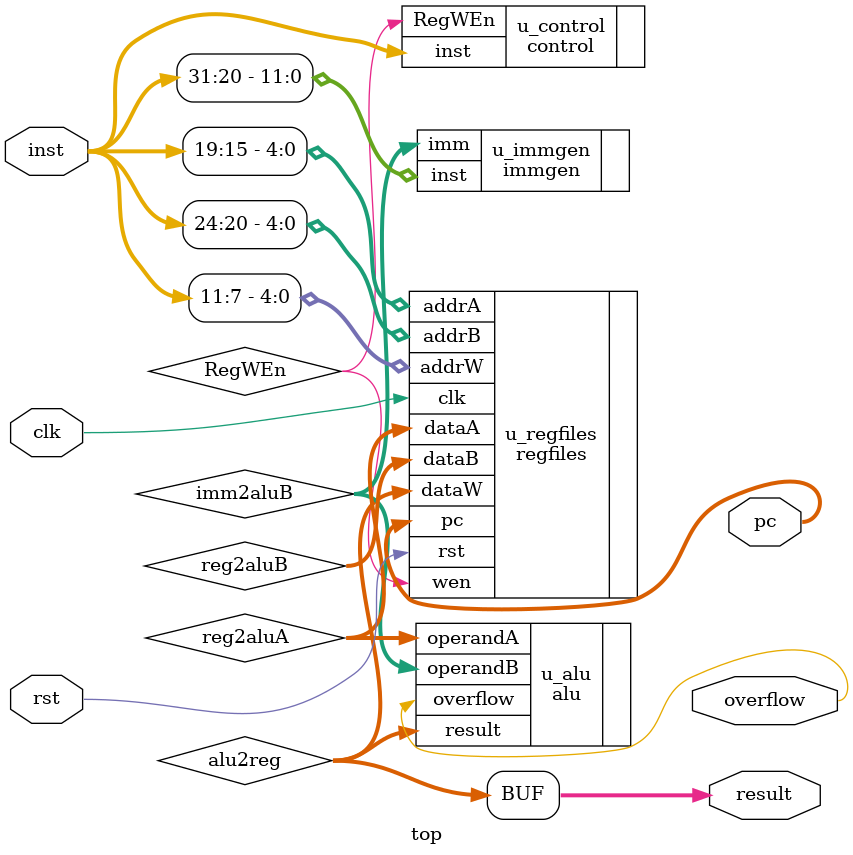
<source format=v>
module top(
    input clk, rst,
    input [31:0] inst,
    output [31:0] pc,
    output overflow,
    output [31:0] result
);
    // output declaration of module control
    wire RegWEn;
    
    control u_control(
        .inst   	(inst    ),
        .RegWEn 	(RegWEn  )
    );
    
    regfiles u_regfiles(
        .clk   	(clk    ),
        .rst   	(rst    ),
        .wen   	( RegWEn    ),
        .addrW 	(inst[11:7]  ),
        .addrA 	(inst[19:15]  ),
        .addrB 	(inst[24:20]  ),
        .dataW 	(alu2reg),
        .dataA 	(reg2aluA),
        .dataB 	(reg2aluB),
        .pc    	(pc     )
    );

    wire [31:0] alu2reg;
    wire [31:0] reg2aluA, reg2aluB;
    wire [31:0] imm2aluB;
    
    immgen u_immgen(
        .inst 	(inst[31:20]  ),
        .imm  	(imm2aluB )
    );
    

    alu u_alu(
        .operandA 	(reg2aluA  ),
        .operandB 	(imm2aluB  ),
        .result   	(alu2reg    ),
        .overflow 	( overflow )
    );
    
    assign result = alu2reg;

endmodule

</source>
